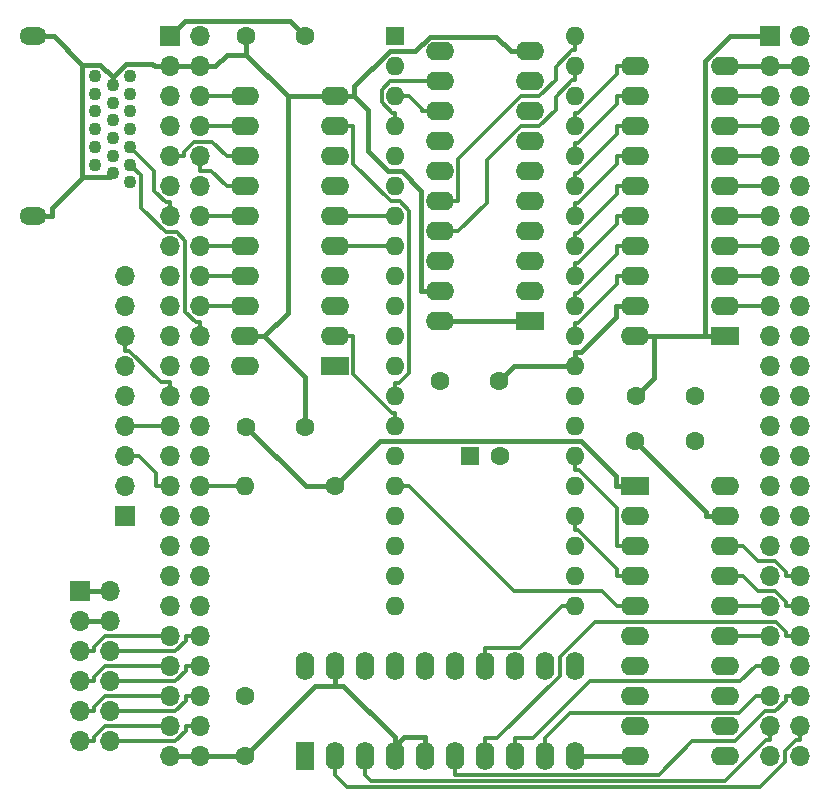
<source format=gtl>
G04 #@! TF.GenerationSoftware,KiCad,Pcbnew,(6.0.9)*
G04 #@! TF.CreationDate,2024-06-02T20:06:45+02:00*
G04 #@! TF.ProjectId,Sombrero_MSX_Goa'uld_X,536f6d62-7265-4726-9f5f-4d53585f476f,rev?*
G04 #@! TF.SameCoordinates,Original*
G04 #@! TF.FileFunction,Copper,L1,Top*
G04 #@! TF.FilePolarity,Positive*
%FSLAX46Y46*%
G04 Gerber Fmt 4.6, Leading zero omitted, Abs format (unit mm)*
G04 Created by KiCad (PCBNEW (6.0.9)) date 2024-06-02 20:06:45*
%MOMM*%
%LPD*%
G01*
G04 APERTURE LIST*
G04 #@! TA.AperFunction,ComponentPad*
%ADD10R,1.600000X1.600000*%
G04 #@! TD*
G04 #@! TA.AperFunction,ComponentPad*
%ADD11C,1.600000*%
G04 #@! TD*
G04 #@! TA.AperFunction,ComponentPad*
%ADD12R,2.400000X1.600000*%
G04 #@! TD*
G04 #@! TA.AperFunction,ComponentPad*
%ADD13O,2.400000X1.600000*%
G04 #@! TD*
G04 #@! TA.AperFunction,ComponentPad*
%ADD14R,1.700000X1.700000*%
G04 #@! TD*
G04 #@! TA.AperFunction,ComponentPad*
%ADD15O,1.700000X1.700000*%
G04 #@! TD*
G04 #@! TA.AperFunction,ComponentPad*
%ADD16C,1.100000*%
G04 #@! TD*
G04 #@! TA.AperFunction,ComponentPad*
%ADD17O,2.300000X1.500000*%
G04 #@! TD*
G04 #@! TA.AperFunction,ComponentPad*
%ADD18O,1.600000X1.600000*%
G04 #@! TD*
G04 #@! TA.AperFunction,ComponentPad*
%ADD19R,1.600000X2.400000*%
G04 #@! TD*
G04 #@! TA.AperFunction,ComponentPad*
%ADD20O,1.600000X2.400000*%
G04 #@! TD*
G04 #@! TA.AperFunction,Conductor*
%ADD21C,0.300000*%
G04 #@! TD*
G04 #@! TA.AperFunction,Conductor*
%ADD22C,0.450000*%
G04 #@! TD*
G04 APERTURE END LIST*
D10*
X146050000Y-114300000D03*
D11*
X148550000Y-114300000D03*
D12*
X151130000Y-102870000D03*
D13*
X151130000Y-100330000D03*
X151130000Y-97790000D03*
X151130000Y-95250000D03*
X151130000Y-92710000D03*
X151130000Y-90170000D03*
X151130000Y-87630000D03*
X151130000Y-85090000D03*
X151130000Y-82550000D03*
X151130000Y-80010000D03*
X143510000Y-80010000D03*
X143510000Y-82550000D03*
X143510000Y-85090000D03*
X143510000Y-87630000D03*
X143510000Y-90170000D03*
X143510000Y-92710000D03*
X143510000Y-95250000D03*
X143510000Y-97790000D03*
X143510000Y-100330000D03*
X143510000Y-102870000D03*
D14*
X120650000Y-78740000D03*
D15*
X123190000Y-78740000D03*
X120650000Y-81280000D03*
X123190000Y-81280000D03*
X120650000Y-83820000D03*
X123190000Y-83820000D03*
X120650000Y-86360000D03*
X123190000Y-86360000D03*
X120650000Y-88900000D03*
X123190000Y-88900000D03*
X120650000Y-91440000D03*
X123190000Y-91440000D03*
X120650000Y-93980000D03*
X123190000Y-93980000D03*
X120650000Y-96520000D03*
X123190000Y-96520000D03*
X120650000Y-99060000D03*
X123190000Y-99060000D03*
X120650000Y-101600000D03*
X123190000Y-101600000D03*
X120650000Y-104140000D03*
X123190000Y-104140000D03*
X120650000Y-106680000D03*
X123190000Y-106680000D03*
X120650000Y-109220000D03*
X123190000Y-109220000D03*
X120650000Y-111760000D03*
X123190000Y-111760000D03*
X120650000Y-114300000D03*
X123190000Y-114300000D03*
X120650000Y-116840000D03*
X123190000Y-116840000D03*
X120650000Y-119380000D03*
X123190000Y-119380000D03*
X120650000Y-121920000D03*
X123190000Y-121920000D03*
X120650000Y-124460000D03*
X123190000Y-124460000D03*
X120650000Y-127000000D03*
X123190000Y-127000000D03*
X120650000Y-129540000D03*
X123190000Y-129540000D03*
X120650000Y-132080000D03*
X123190000Y-132080000D03*
X120650000Y-134620000D03*
X123190000Y-134620000D03*
X120650000Y-137160000D03*
X123190000Y-137160000D03*
X120650000Y-139700000D03*
X123190000Y-139700000D03*
D14*
X171450000Y-78710000D03*
D15*
X173990000Y-78710000D03*
X171450000Y-81250000D03*
X173990000Y-81250000D03*
X171450000Y-83790000D03*
X173990000Y-83790000D03*
X171450000Y-86330000D03*
X173990000Y-86330000D03*
X171450000Y-88870000D03*
X173990000Y-88870000D03*
X171450000Y-91410000D03*
X173990000Y-91410000D03*
X171450000Y-93950000D03*
X173990000Y-93950000D03*
X171450000Y-96490000D03*
X173990000Y-96490000D03*
X171450000Y-99030000D03*
X173990000Y-99030000D03*
X171450000Y-101570000D03*
X173990000Y-101570000D03*
X171450000Y-104110000D03*
X173990000Y-104110000D03*
X171450000Y-106650000D03*
X173990000Y-106650000D03*
X171450000Y-109190000D03*
X173990000Y-109190000D03*
X171450000Y-111730000D03*
X173990000Y-111730000D03*
X171450000Y-114270000D03*
X173990000Y-114270000D03*
X171450000Y-116810000D03*
X173990000Y-116810000D03*
X171450000Y-119350000D03*
X173990000Y-119350000D03*
X171450000Y-121890000D03*
X173990000Y-121890000D03*
X171450000Y-124430000D03*
X173990000Y-124430000D03*
X171450000Y-126970000D03*
X173990000Y-126970000D03*
X171450000Y-129510000D03*
X173990000Y-129510000D03*
X171450000Y-132050000D03*
X173990000Y-132050000D03*
X171450000Y-134590000D03*
X173990000Y-134590000D03*
X171450000Y-137130000D03*
X173990000Y-137130000D03*
X171450000Y-139670000D03*
X173990000Y-139670000D03*
D12*
X167640000Y-104140000D03*
D13*
X167640000Y-101600000D03*
X167640000Y-99060000D03*
X167640000Y-96520000D03*
X167640000Y-93980000D03*
X167640000Y-91440000D03*
X167640000Y-88900000D03*
X167640000Y-86360000D03*
X167640000Y-83820000D03*
X167640000Y-81280000D03*
X160020000Y-81280000D03*
X160020000Y-83820000D03*
X160020000Y-86360000D03*
X160020000Y-88900000D03*
X160020000Y-91440000D03*
X160020000Y-93980000D03*
X160020000Y-96520000D03*
X160020000Y-99060000D03*
X160020000Y-101600000D03*
X160020000Y-104140000D03*
D12*
X134620000Y-106680000D03*
D13*
X134620000Y-104140000D03*
X134620000Y-101600000D03*
X134620000Y-99060000D03*
X134620000Y-96520000D03*
X134620000Y-93980000D03*
X134620000Y-91440000D03*
X134620000Y-88900000D03*
X134620000Y-86360000D03*
X134620000Y-83820000D03*
X127000000Y-83820000D03*
X127000000Y-86360000D03*
X127000000Y-88900000D03*
X127000000Y-91440000D03*
X127000000Y-93980000D03*
X127000000Y-96520000D03*
X127000000Y-99060000D03*
X127000000Y-101600000D03*
X127000000Y-104140000D03*
X127000000Y-106680000D03*
D11*
X165060000Y-113030000D03*
X160060000Y-113030000D03*
D12*
X160005000Y-116840000D03*
D13*
X160005000Y-119380000D03*
X160005000Y-121920000D03*
X160005000Y-124460000D03*
X160005000Y-127000000D03*
X160005000Y-129540000D03*
X160005000Y-132080000D03*
X160005000Y-134620000D03*
X160005000Y-137160000D03*
X160005000Y-139700000D03*
X167625000Y-139700000D03*
X167625000Y-137160000D03*
X167625000Y-134620000D03*
X167625000Y-132080000D03*
X167625000Y-129540000D03*
X167625000Y-127000000D03*
X167625000Y-124460000D03*
X167625000Y-121920000D03*
X167625000Y-119380000D03*
X167625000Y-116840000D03*
D11*
X132080000Y-78740000D03*
X127080000Y-78740000D03*
D16*
X117300000Y-91090000D03*
X115800000Y-90340000D03*
X117300000Y-89590000D03*
X114300000Y-89590000D03*
X115800000Y-88840000D03*
X114300000Y-88090000D03*
X117300000Y-88090000D03*
X115800000Y-87340000D03*
X117300000Y-86590000D03*
X114300000Y-86590000D03*
X115800000Y-85840000D03*
X114300000Y-85090000D03*
X117300000Y-85090000D03*
X115800000Y-84340000D03*
X117300000Y-83590000D03*
X114300000Y-83590000D03*
X115800000Y-82840000D03*
X114300000Y-82090000D03*
X117300000Y-82090000D03*
D17*
X109080000Y-93940000D03*
X109080000Y-78740000D03*
D11*
X160075000Y-109215000D03*
X165075000Y-109215000D03*
X127080000Y-111785000D03*
X132080000Y-111785000D03*
D10*
X139710000Y-78740000D03*
D18*
X139710000Y-81280000D03*
X139710000Y-83820000D03*
X139710000Y-86360000D03*
X139710000Y-88900000D03*
X139710000Y-91440000D03*
X139710000Y-93980000D03*
X139710000Y-96520000D03*
X139710000Y-99060000D03*
X139710000Y-101600000D03*
X139710000Y-104140000D03*
X139710000Y-106680000D03*
X139710000Y-109220000D03*
X139710000Y-111760000D03*
X139710000Y-114300000D03*
X139710000Y-116840000D03*
X139710000Y-119380000D03*
X139710000Y-121920000D03*
X139710000Y-124460000D03*
X139710000Y-127000000D03*
X154950000Y-127000000D03*
X154950000Y-124460000D03*
X154950000Y-121920000D03*
X154950000Y-119380000D03*
X154950000Y-116840000D03*
X154950000Y-114300000D03*
X154950000Y-111760000D03*
X154950000Y-109220000D03*
X154950000Y-106680000D03*
X154950000Y-104140000D03*
X154950000Y-101600000D03*
X154950000Y-99060000D03*
X154950000Y-96520000D03*
X154950000Y-93980000D03*
X154950000Y-91440000D03*
X154950000Y-88900000D03*
X154950000Y-86360000D03*
X154950000Y-83820000D03*
X154950000Y-81280000D03*
X154950000Y-78740000D03*
D11*
X143495000Y-107950000D03*
X148495000Y-107950000D03*
X127000000Y-134620000D03*
X127000000Y-139620000D03*
D14*
X113030000Y-125730000D03*
D15*
X115570000Y-125730000D03*
X113030000Y-128270000D03*
X115570000Y-128270000D03*
X113030000Y-130810000D03*
X115570000Y-130810000D03*
X113030000Y-133350000D03*
X115570000Y-133350000D03*
X113030000Y-135890000D03*
X115570000Y-135890000D03*
X113030000Y-138430000D03*
X115570000Y-138430000D03*
D19*
X132070000Y-139695000D03*
D20*
X134610000Y-139695000D03*
X137150000Y-139695000D03*
X139690000Y-139695000D03*
X142230000Y-139695000D03*
X144770000Y-139695000D03*
X147310000Y-139695000D03*
X149850000Y-139695000D03*
X152390000Y-139695000D03*
X154930000Y-139695000D03*
X154930000Y-132075000D03*
X152390000Y-132075000D03*
X149850000Y-132075000D03*
X147310000Y-132075000D03*
X144770000Y-132075000D03*
X142230000Y-132075000D03*
X139690000Y-132075000D03*
X137150000Y-132075000D03*
X134610000Y-132075000D03*
X132070000Y-132075000D03*
D11*
X134620000Y-116840000D03*
D18*
X127000000Y-116840000D03*
D14*
X116840000Y-119380000D03*
D15*
X116840000Y-116840000D03*
X116840000Y-114300000D03*
X116840000Y-111760000D03*
X116840000Y-109220000D03*
X116840000Y-106680000D03*
X116840000Y-104140000D03*
X116840000Y-101600000D03*
X116840000Y-99060000D03*
D21*
X115125100Y-129540000D02*
X120650000Y-129540000D01*
X114230100Y-130435000D02*
X115125100Y-129540000D01*
X114230100Y-130810000D02*
X114230100Y-130435000D01*
X113030000Y-130810000D02*
X114230100Y-130810000D01*
X121989900Y-129913000D02*
X121989900Y-129540000D01*
X121092900Y-130810000D02*
X121989900Y-129913000D01*
X115570000Y-130810000D02*
X121092900Y-130810000D01*
X123190000Y-129540000D02*
X121989900Y-129540000D01*
X115125100Y-132080000D02*
X120650000Y-132080000D01*
X114230100Y-132975000D02*
X115125100Y-132080000D01*
X114230100Y-133350000D02*
X114230100Y-132975000D01*
X113030000Y-133350000D02*
X114230100Y-133350000D01*
X121989900Y-132453000D02*
X121989900Y-132080000D01*
X121092900Y-133350000D02*
X121989900Y-132453000D01*
X115570000Y-133350000D02*
X121092900Y-133350000D01*
X123190000Y-132080000D02*
X121989900Y-132080000D01*
X115125100Y-134620000D02*
X120650000Y-134620000D01*
X114230100Y-135515000D02*
X115125100Y-134620000D01*
X114230100Y-135890000D02*
X114230100Y-135515000D01*
X113030000Y-135890000D02*
X114230100Y-135890000D01*
X121989900Y-134993000D02*
X121989900Y-134620000D01*
X121092900Y-135890000D02*
X121989900Y-134993000D01*
X115570000Y-135890000D02*
X121092900Y-135890000D01*
X123190000Y-134620000D02*
X121989900Y-134620000D01*
X115125100Y-137160000D02*
X120650000Y-137160000D01*
X114230100Y-138055000D02*
X115125100Y-137160000D01*
X114230100Y-138430000D02*
X114230100Y-138055000D01*
X113030000Y-138430000D02*
X114230100Y-138430000D01*
X121989900Y-137533000D02*
X121989900Y-137160000D01*
X121092900Y-138430000D02*
X121989900Y-137533000D01*
X115570000Y-138430000D02*
X121092900Y-138430000D01*
X123190000Y-137160000D02*
X121989900Y-137160000D01*
X120277000Y-92779900D02*
X120650000Y-92779900D01*
X119312400Y-91815300D02*
X120277000Y-92779900D01*
X119312400Y-90102400D02*
X119312400Y-91815300D01*
X117300000Y-88090000D02*
X119312400Y-90102400D01*
X120650000Y-93980000D02*
X120650000Y-92779900D01*
X122817000Y-102939900D02*
X123190000Y-102939900D01*
X121920000Y-102042900D02*
X122817000Y-102939900D01*
X121920000Y-96032500D02*
X121920000Y-102042900D01*
X121207300Y-95319800D02*
X121920000Y-96032500D01*
X120290800Y-95319800D02*
X121207300Y-95319800D01*
X118206400Y-93235400D02*
X120290800Y-95319800D01*
X118206400Y-90496400D02*
X118206400Y-93235400D01*
X117300000Y-89590000D02*
X118206400Y-90496400D01*
X123190000Y-104140000D02*
X123190000Y-102939900D01*
X119449900Y-115709800D02*
X119449900Y-116840000D01*
X118040100Y-114300000D02*
X119449900Y-115709800D01*
X116840000Y-114300000D02*
X118040100Y-114300000D01*
X120650000Y-116840000D02*
X119449900Y-116840000D01*
X116840000Y-111760000D02*
X120650000Y-111760000D01*
X119894900Y-108019900D02*
X120650000Y-108019900D01*
X117215100Y-105340100D02*
X119894900Y-108019900D01*
X116840000Y-105340100D02*
X117215100Y-105340100D01*
X116840000Y-104140000D02*
X116840000Y-105340100D01*
X120650000Y-109220000D02*
X120650000Y-108019900D01*
X170219900Y-83820000D02*
X170249900Y-83790000D01*
X167640000Y-83820000D02*
X170219900Y-83820000D01*
X171450000Y-83790000D02*
X170249900Y-83790000D01*
X170219900Y-86360000D02*
X170249900Y-86330000D01*
X167640000Y-86360000D02*
X170219900Y-86360000D01*
X171450000Y-86330000D02*
X170249900Y-86330000D01*
X127000000Y-101600000D02*
X123190000Y-101600000D01*
X127000000Y-99060000D02*
X123190000Y-99060000D01*
X127000000Y-96520000D02*
X123190000Y-96520000D01*
X127000000Y-93980000D02*
X123190000Y-93980000D01*
X124110000Y-90100100D02*
X123190000Y-90100100D01*
X125449900Y-91440000D02*
X124110000Y-90100100D01*
X127000000Y-91440000D02*
X125449900Y-91440000D01*
X123190000Y-88900000D02*
X123190000Y-90100100D01*
X121850100Y-88527000D02*
X121850100Y-88900000D01*
X122691000Y-87686100D02*
X121850100Y-88527000D01*
X124236000Y-87686100D02*
X122691000Y-87686100D01*
X125449900Y-88900000D02*
X124236000Y-87686100D01*
X127000000Y-88900000D02*
X125449900Y-88900000D01*
X120650000Y-88900000D02*
X121850100Y-88900000D01*
X127000000Y-86360000D02*
X123190000Y-86360000D01*
X127000000Y-83820000D02*
X123190000Y-83820000D01*
X170219900Y-88900000D02*
X170249900Y-88870000D01*
X167640000Y-88900000D02*
X170219900Y-88900000D01*
X171450000Y-88870000D02*
X170249900Y-88870000D01*
X173617000Y-138330100D02*
X173990000Y-138330100D01*
X172720000Y-139227100D02*
X173617000Y-138330100D01*
X172720000Y-140149000D02*
X172720000Y-139227100D01*
X170587900Y-142281100D02*
X172720000Y-140149000D01*
X135646000Y-142281100D02*
X170587900Y-142281100D01*
X134610000Y-141245100D02*
X135646000Y-142281100D01*
X134610000Y-139695000D02*
X134610000Y-141245100D01*
X173990000Y-137130000D02*
X173990000Y-138330100D01*
X171092600Y-138330100D02*
X171450000Y-138330100D01*
X167671600Y-141751100D02*
X171092600Y-138330100D01*
X137656000Y-141751100D02*
X167671600Y-141751100D01*
X137150000Y-141245100D02*
X137656000Y-141751100D01*
X137150000Y-139695000D02*
X137150000Y-141245100D01*
X171450000Y-137130000D02*
X171450000Y-138330100D01*
X172789900Y-134963000D02*
X172789900Y-134590000D01*
X171892900Y-135860000D02*
X172789900Y-134963000D01*
X171022600Y-135860000D02*
X171892900Y-135860000D01*
X168452600Y-138430000D02*
X171022600Y-135860000D01*
X164863800Y-138430000D02*
X168452600Y-138430000D01*
X162048700Y-141245100D02*
X164863800Y-138430000D01*
X144770000Y-141245100D02*
X162048700Y-141245100D01*
X144770000Y-139695000D02*
X144770000Y-141245100D01*
X173990000Y-134590000D02*
X172789900Y-134590000D01*
X172789900Y-129137000D02*
X172789900Y-129510000D01*
X171949000Y-128296100D02*
X172789900Y-129137000D01*
X156672500Y-128296100D02*
X171949000Y-128296100D01*
X153660000Y-131308600D02*
X156672500Y-128296100D01*
X153660000Y-132860600D02*
X153660000Y-131308600D01*
X148375700Y-138144900D02*
X153660000Y-132860600D01*
X147310000Y-138144900D02*
X148375700Y-138144900D01*
X147310000Y-139695000D02*
X147310000Y-138144900D01*
X173990000Y-129510000D02*
X172789900Y-129510000D01*
X172789900Y-126597000D02*
X172789900Y-126970000D01*
X171892900Y-125700000D02*
X172789900Y-126597000D01*
X170415100Y-125700000D02*
X171892900Y-125700000D01*
X169175100Y-124460000D02*
X170415100Y-125700000D01*
X167625000Y-124460000D02*
X169175100Y-124460000D01*
X173990000Y-126970000D02*
X172789900Y-126970000D01*
X172789900Y-124057000D02*
X172789900Y-124430000D01*
X171892900Y-123160000D02*
X172789900Y-124057000D01*
X170415100Y-123160000D02*
X171892900Y-123160000D01*
X169175100Y-121920000D02*
X170415100Y-123160000D01*
X167625000Y-121920000D02*
X169175100Y-121920000D01*
X173990000Y-124430000D02*
X172789900Y-124430000D01*
X170219900Y-91440000D02*
X170249900Y-91410000D01*
X167640000Y-91440000D02*
X170219900Y-91440000D01*
X171450000Y-91410000D02*
X170249900Y-91410000D01*
X170219900Y-93980000D02*
X170249900Y-93950000D01*
X167640000Y-93980000D02*
X170219900Y-93980000D01*
X171450000Y-93950000D02*
X170249900Y-93950000D01*
X170219900Y-96520000D02*
X170249900Y-96490000D01*
X167640000Y-96520000D02*
X170219900Y-96520000D01*
X171450000Y-96490000D02*
X170249900Y-96490000D01*
X168949900Y-133350000D02*
X170249900Y-132050000D01*
X156195000Y-133350000D02*
X168949900Y-133350000D01*
X151400100Y-138144900D02*
X156195000Y-133350000D01*
X149850000Y-138144900D02*
X151400100Y-138144900D01*
X149850000Y-139695000D02*
X149850000Y-138144900D01*
X171450000Y-132050000D02*
X170249900Y-132050000D01*
X168830100Y-136009800D02*
X170249900Y-134590000D01*
X154525100Y-136009800D02*
X168830100Y-136009800D01*
X152390000Y-138144900D02*
X154525100Y-136009800D01*
X152390000Y-139695000D02*
X152390000Y-138144900D01*
X171450000Y-134590000D02*
X170249900Y-134590000D01*
X170219900Y-99060000D02*
X170249900Y-99030000D01*
X167640000Y-99060000D02*
X170219900Y-99060000D01*
X171450000Y-99030000D02*
X170249900Y-99030000D01*
X170219900Y-101600000D02*
X170249900Y-101570000D01*
X167640000Y-101600000D02*
X170219900Y-101600000D01*
X171450000Y-101570000D02*
X170249900Y-101570000D01*
X170219900Y-129540000D02*
X170249900Y-129510000D01*
X167625000Y-129540000D02*
X170219900Y-129540000D01*
X171450000Y-129510000D02*
X170249900Y-129510000D01*
X170219900Y-127000000D02*
X170249900Y-126970000D01*
X167625000Y-127000000D02*
X170219900Y-127000000D01*
X171450000Y-126970000D02*
X170249900Y-126970000D01*
X157184900Y-125730000D02*
X158454900Y-127000000D01*
X149750100Y-125730000D02*
X157184900Y-125730000D01*
X140860100Y-116840000D02*
X149750100Y-125730000D01*
X139710000Y-116840000D02*
X140860100Y-116840000D01*
X160005000Y-127000000D02*
X158454900Y-127000000D01*
X158454900Y-123795000D02*
X158454900Y-124460000D01*
X155190000Y-120530100D02*
X158454900Y-123795000D01*
X154950000Y-120530100D02*
X155190000Y-120530100D01*
X154950000Y-119380000D02*
X154950000Y-120530100D01*
X160005000Y-124460000D02*
X158454900Y-124460000D01*
X127000000Y-116840000D02*
X123190000Y-116840000D01*
X141959900Y-84919800D02*
X141959900Y-85090000D01*
X140860100Y-83820000D02*
X141959900Y-84919800D01*
X139710000Y-83820000D02*
X140860100Y-83820000D01*
X143510000Y-85090000D02*
X141959900Y-85090000D01*
X139304400Y-82550000D02*
X143510000Y-82550000D01*
X138558600Y-83295800D02*
X139304400Y-82550000D01*
X138558600Y-84296900D02*
X138558600Y-83295800D01*
X139471600Y-85209900D02*
X138558600Y-84296900D01*
X139710000Y-85209900D02*
X139471600Y-85209900D01*
X139710000Y-86360000D02*
X139710000Y-85209900D01*
X145060100Y-89132700D02*
X145060100Y-92710000D01*
X150372800Y-83820000D02*
X145060100Y-89132700D01*
X151932300Y-83820000D02*
X150372800Y-83820000D01*
X153297100Y-82455200D02*
X151932300Y-83820000D01*
X153297100Y-81288400D02*
X153297100Y-82455200D01*
X154695400Y-79890100D02*
X153297100Y-81288400D01*
X154950000Y-79890100D02*
X154695400Y-79890100D01*
X154950000Y-78740000D02*
X154950000Y-79890100D01*
X143510000Y-92710000D02*
X145060100Y-92710000D01*
X147496900Y-92813200D02*
X145060100Y-95250000D01*
X147496900Y-89206900D02*
X147496900Y-92813200D01*
X150343800Y-86360000D02*
X147496900Y-89206900D01*
X151887300Y-86360000D02*
X150343800Y-86360000D01*
X153297100Y-84950200D02*
X151887300Y-86360000D01*
X153297100Y-83824200D02*
X153297100Y-84950200D01*
X154691200Y-82430100D02*
X153297100Y-83824200D01*
X154950000Y-82430100D02*
X154691200Y-82430100D01*
X154950000Y-81280000D02*
X154950000Y-82430100D01*
X143510000Y-95250000D02*
X145060100Y-95250000D01*
X158469900Y-81941200D02*
X158469900Y-81280000D01*
X155201200Y-85209900D02*
X158469900Y-81941200D01*
X154950000Y-85209900D02*
X155201200Y-85209900D01*
X154950000Y-86360000D02*
X154950000Y-85209900D01*
X160020000Y-81280000D02*
X158469900Y-81280000D01*
X158469900Y-84481200D02*
X158469900Y-83820000D01*
X155201200Y-87749900D02*
X158469900Y-84481200D01*
X154950000Y-87749900D02*
X155201200Y-87749900D01*
X154950000Y-88900000D02*
X154950000Y-87749900D01*
X160020000Y-83820000D02*
X158469900Y-83820000D01*
X158469900Y-87021200D02*
X158469900Y-86360000D01*
X155201200Y-90289900D02*
X158469900Y-87021200D01*
X154950000Y-90289900D02*
X155201200Y-90289900D01*
X154950000Y-91440000D02*
X154950000Y-90289900D01*
X160020000Y-86360000D02*
X158469900Y-86360000D01*
X158469900Y-89561200D02*
X158469900Y-88900000D01*
X155201200Y-92829900D02*
X158469900Y-89561200D01*
X154950000Y-92829900D02*
X155201200Y-92829900D01*
X154950000Y-93980000D02*
X154950000Y-92829900D01*
X160020000Y-88900000D02*
X158469900Y-88900000D01*
X158469900Y-92101200D02*
X158469900Y-91440000D01*
X155201200Y-95369900D02*
X158469900Y-92101200D01*
X154950000Y-95369900D02*
X155201200Y-95369900D01*
X154950000Y-96520000D02*
X154950000Y-95369900D01*
X160020000Y-91440000D02*
X158469900Y-91440000D01*
X158469900Y-94641200D02*
X158469900Y-93980000D01*
X155201200Y-97909900D02*
X158469900Y-94641200D01*
X154950000Y-97909900D02*
X155201200Y-97909900D01*
X154950000Y-99060000D02*
X154950000Y-97909900D01*
X160020000Y-93980000D02*
X158469900Y-93980000D01*
X158469900Y-97181200D02*
X158469900Y-96520000D01*
X155201200Y-100449900D02*
X158469900Y-97181200D01*
X154950000Y-100449900D02*
X155201200Y-100449900D01*
X154950000Y-101600000D02*
X154950000Y-100449900D01*
X160020000Y-96520000D02*
X158469900Y-96520000D01*
X136170100Y-89555300D02*
X136170100Y-86360000D01*
X139324800Y-92710000D02*
X136170100Y-89555300D01*
X140089900Y-92710000D02*
X139324800Y-92710000D01*
X140863300Y-93483400D02*
X140089900Y-92710000D01*
X140863300Y-107204100D02*
X140863300Y-93483400D01*
X139997500Y-108069900D02*
X140863300Y-107204100D01*
X139710000Y-108069900D02*
X139997500Y-108069900D01*
X139710000Y-109220000D02*
X139710000Y-108069900D01*
X134620000Y-86360000D02*
X136170100Y-86360000D01*
X139710000Y-93980000D02*
X134620000Y-93980000D01*
X139710000Y-96520000D02*
X134620000Y-96520000D01*
X136170100Y-107357600D02*
X136170100Y-104140000D01*
X139422400Y-110609900D02*
X136170100Y-107357600D01*
X139710000Y-110609900D02*
X139422400Y-110609900D01*
X139710000Y-111760000D02*
X139710000Y-110609900D01*
X134620000Y-104140000D02*
X136170100Y-104140000D01*
X158454900Y-118667400D02*
X158454900Y-121920000D01*
X155237600Y-115450100D02*
X158454900Y-118667400D01*
X154950000Y-115450100D02*
X155237600Y-115450100D01*
X154950000Y-114300000D02*
X154950000Y-115450100D01*
X160005000Y-121920000D02*
X158454900Y-121920000D01*
X150275000Y-130524900D02*
X153799900Y-127000000D01*
X147310000Y-130524900D02*
X150275000Y-130524900D01*
X147310000Y-132075000D02*
X147310000Y-130524900D01*
X154950000Y-127000000D02*
X153799900Y-127000000D01*
X158469900Y-99721200D02*
X158469900Y-99060000D01*
X155201200Y-102989900D02*
X158469900Y-99721200D01*
X154950000Y-102989900D02*
X155201200Y-102989900D01*
X154950000Y-104140000D02*
X154950000Y-102989900D01*
X160020000Y-99060000D02*
X158469900Y-99060000D01*
D22*
X143510000Y-102870000D02*
X151130000Y-102870000D01*
X130801200Y-77461200D02*
X132080000Y-78740000D01*
X121928800Y-77461200D02*
X130801200Y-77461200D01*
X120650000Y-78740000D02*
X121928800Y-77461200D01*
X161645100Y-107644900D02*
X161645100Y-104140000D01*
X160075000Y-109215000D02*
X161645100Y-107644900D01*
X160020000Y-104140000D02*
X161645100Y-104140000D01*
X168068200Y-78710000D02*
X171450000Y-78710000D01*
X165987300Y-80790900D02*
X168068200Y-78710000D01*
X165987300Y-104140000D02*
X165987300Y-80790900D01*
X161645100Y-104140000D02*
X165987300Y-104140000D01*
X165987300Y-104140000D02*
X167640000Y-104140000D01*
X115570000Y-128270000D02*
X113030000Y-128270000D01*
X149765000Y-106680000D02*
X148495000Y-107950000D01*
X154950000Y-106680000D02*
X149765000Y-106680000D01*
X165999900Y-118969900D02*
X160060000Y-113030000D01*
X165999900Y-119380000D02*
X165999900Y-118969900D01*
X167625000Y-119380000D02*
X165999900Y-119380000D01*
X155457700Y-105454900D02*
X154950000Y-105454900D01*
X158394900Y-102517700D02*
X155457700Y-105454900D01*
X158394900Y-101600000D02*
X158394900Y-102517700D01*
X160020000Y-101600000D02*
X158394900Y-101600000D01*
X154950000Y-106680000D02*
X154950000Y-105454900D01*
X171450000Y-81250000D02*
X170174900Y-81250000D01*
X173990000Y-81250000D02*
X171450000Y-81250000D01*
X170144900Y-81280000D02*
X167640000Y-81280000D01*
X170174900Y-81250000D02*
X170144900Y-81280000D01*
X134620000Y-83820000D02*
X132994900Y-83820000D01*
X123190000Y-139700000D02*
X120650000Y-139700000D01*
X123190000Y-139700000D02*
X124465100Y-139700000D01*
X134610000Y-132075000D02*
X134610000Y-133700100D01*
X124545100Y-139620000D02*
X127000000Y-139620000D01*
X124465100Y-139700000D02*
X124545100Y-139620000D01*
X132919900Y-133700100D02*
X134610000Y-133700100D01*
X127000000Y-139620000D02*
X132919900Y-133700100D01*
X135320300Y-133700200D02*
X139690000Y-138069900D01*
X134610000Y-133700200D02*
X135320300Y-133700200D01*
X134610000Y-133700100D02*
X134610000Y-133700200D01*
X139690000Y-139695000D02*
X139690000Y-138882400D01*
X139690000Y-138882400D02*
X139690000Y-138069900D01*
X140502500Y-138069900D02*
X142230000Y-138069900D01*
X139690000Y-138882400D02*
X140502500Y-138069900D01*
X142230000Y-139695000D02*
X142230000Y-138069900D01*
X158374900Y-139695000D02*
X158379900Y-139700000D01*
X154930000Y-139695000D02*
X158374900Y-139695000D01*
X160005000Y-139700000D02*
X158379900Y-139700000D01*
X123190000Y-81280000D02*
X124465100Y-81280000D01*
X127080000Y-78740000D02*
X127080000Y-80273600D01*
X125471500Y-80273600D02*
X124465100Y-81280000D01*
X127080000Y-80273600D02*
X125471500Y-80273600D01*
X127000000Y-104140000D02*
X128625100Y-104140000D01*
X130626400Y-102138700D02*
X128625100Y-104140000D01*
X130626400Y-83820000D02*
X130626400Y-102138700D01*
X132994900Y-83820000D02*
X130626400Y-83820000D01*
X130626400Y-83820000D02*
X127080000Y-80273600D01*
X132080000Y-107594900D02*
X128625100Y-104140000D01*
X132080000Y-111785000D02*
X132080000Y-107594900D01*
X109080000Y-93940000D02*
X110655100Y-93940000D01*
X115541300Y-90598700D02*
X113325000Y-90598700D01*
X115800000Y-90340000D02*
X115541300Y-90598700D01*
X110655100Y-93268600D02*
X110655100Y-93940000D01*
X113325000Y-90598700D02*
X110655100Y-93268600D01*
X123190000Y-81280000D02*
X120650000Y-81280000D01*
X120650000Y-81280000D02*
X119374900Y-81280000D01*
X113233900Y-90507600D02*
X113233900Y-81115000D01*
X113325000Y-90598700D02*
X113233900Y-90507600D01*
X110858900Y-78740000D02*
X109080000Y-78740000D01*
X113233900Y-81115000D02*
X110858900Y-78740000D01*
X114761100Y-81114800D02*
X115800000Y-82153700D01*
X113234100Y-81114800D02*
X114761100Y-81114800D01*
X113233900Y-81115000D02*
X113234100Y-81114800D01*
X116893700Y-81060000D02*
X115800000Y-82153700D01*
X119154900Y-81060000D02*
X116893700Y-81060000D01*
X119374900Y-81280000D02*
X119154900Y-81060000D01*
X115800000Y-82153700D02*
X115800000Y-82840000D01*
X143510000Y-100330000D02*
X141884900Y-100330000D01*
X134620000Y-83820000D02*
X136245100Y-83820000D01*
X137423300Y-84998200D02*
X136245100Y-83820000D01*
X137423300Y-88446300D02*
X137423300Y-84998200D01*
X139147000Y-90170000D02*
X137423300Y-88446300D01*
X140250700Y-90170000D02*
X139147000Y-90170000D01*
X141884900Y-91804200D02*
X140250700Y-90170000D01*
X141884900Y-100330000D02*
X141884900Y-91804200D01*
X136245100Y-82959700D02*
X136245100Y-83820000D01*
X139239600Y-79965200D02*
X136245100Y-82959700D01*
X141416300Y-79965200D02*
X139239600Y-79965200D01*
X142637200Y-78744300D02*
X141416300Y-79965200D01*
X148239200Y-78744300D02*
X142637200Y-78744300D01*
X149504900Y-80010000D02*
X148239200Y-78744300D01*
X151130000Y-80010000D02*
X149504900Y-80010000D01*
X113030000Y-125730000D02*
X114305100Y-125730000D01*
X115570000Y-125730000D02*
X114305100Y-125730000D01*
X160005000Y-116840000D02*
X158379900Y-116840000D01*
X132135000Y-116840000D02*
X127080000Y-111785000D01*
X134620000Y-116840000D02*
X132135000Y-116840000D01*
X158379900Y-115921200D02*
X158379900Y-116840000D01*
X155488700Y-113030000D02*
X158379900Y-115921200D01*
X138430000Y-113030000D02*
X155488700Y-113030000D01*
X134620000Y-116840000D02*
X138430000Y-113030000D01*
M02*

</source>
